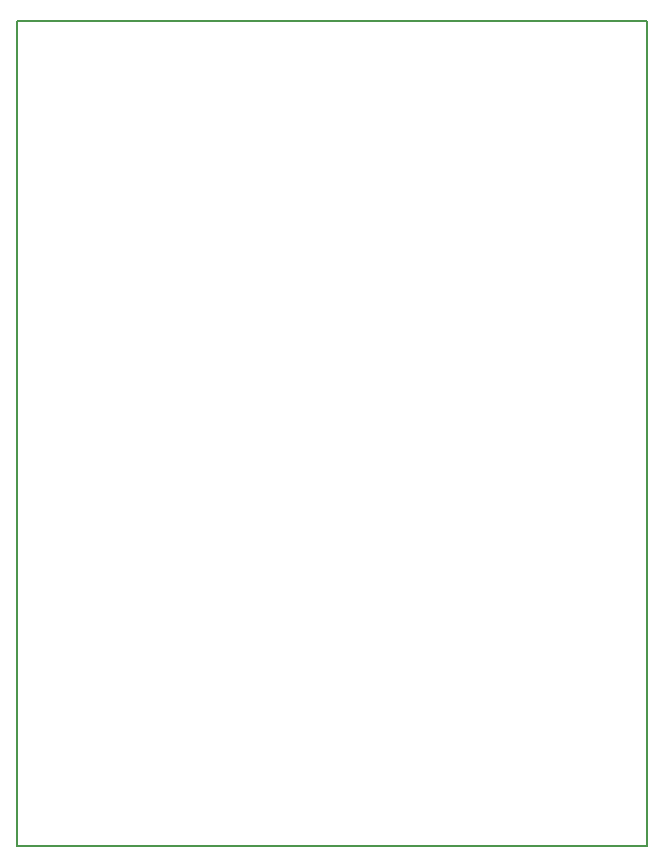
<source format=gbr>
G04 start of page 3 for group 1 idx 12 *
G04 Title: (unknown), outline *
G04 Creator: pcb 4.2.0 *
G04 CreationDate: Mon Sep 28 04:20:22 2020 UTC *
G04 For: commonadmin *
G04 Format: Gerber/RS-274X *
G04 PCB-Dimensions (mil): 2150.00 2800.00 *
G04 PCB-Coordinate-Origin: lower left *
%MOIN*%
%FSLAX25Y25*%
%LNOUTLINE*%
%ADD17C,0.0060*%
G54D17*X0Y280000D02*X210000D01*
Y5000D01*
X0D01*
Y280000D02*Y5000D01*
M02*

</source>
